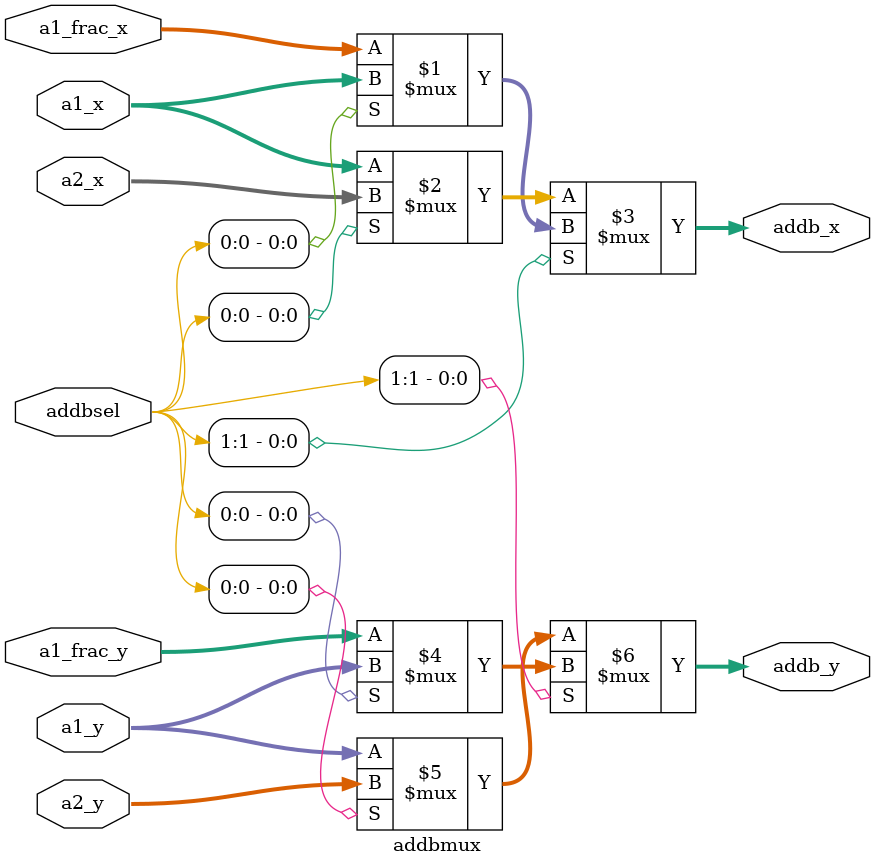
<source format=v>

module addbmux
(
	output [15:0] addb_x,
	output [15:0] addb_y,
	input [1:0] addbsel,
	input [15:0] a1_x,
	input [15:0] a1_y,
	input [15:0] a2_x,
	input [15:0] a2_y,
	input [15:0] a1_frac_x,
	input [15:0] a1_frac_y
);

// ADDRMUX.NET (136) - addb_x : mx4
assign addb_x[15:0] = addbsel[1] ? (addbsel[0] ? a1_x[15:0] : a1_frac_x[15:0]) : (addbsel[0] ? a2_x[15:0] : a1_x[15:0]);

// ADDRMUX.NET (138) - addb_y : mx4
assign addb_y[15:0] = addbsel[1] ? (addbsel[0] ? a1_y[15:0] : a1_frac_y[15:0]) : (addbsel[0] ? a2_y[15:0] : a1_y[15:0]);
endmodule

</source>
